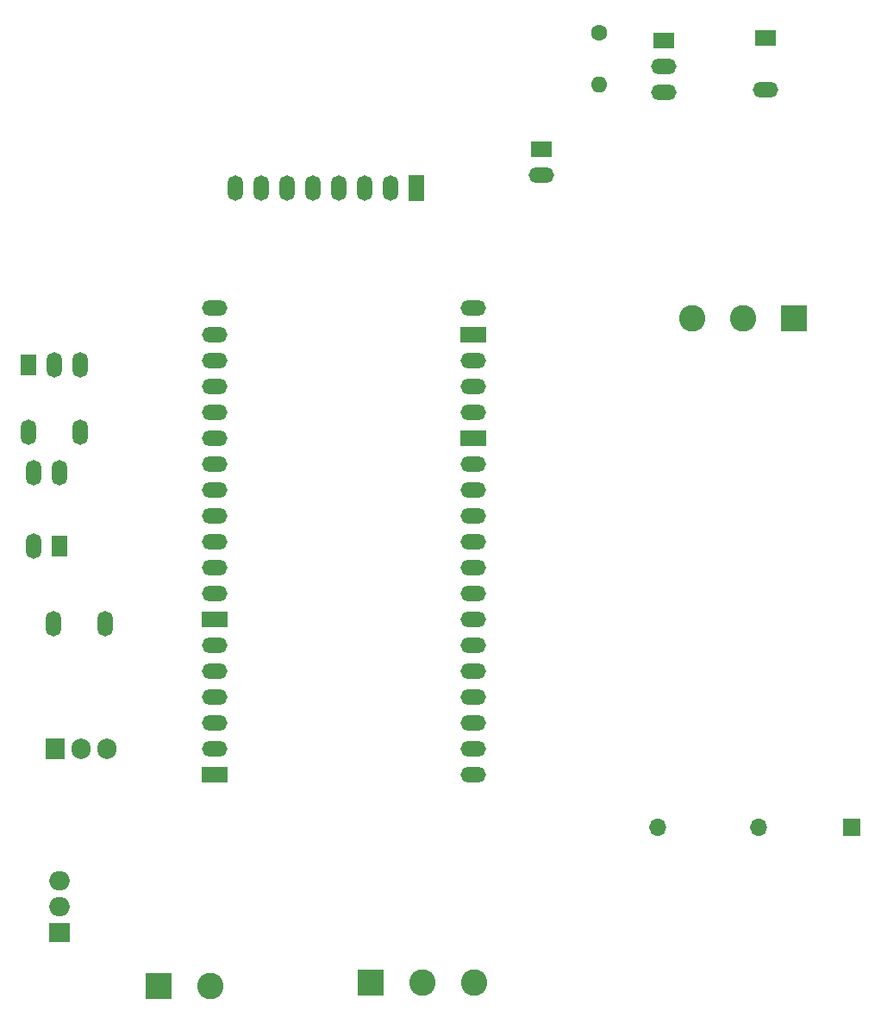
<source format=gbr>
%TF.GenerationSoftware,KiCad,Pcbnew,(5.1.12)-1*%
%TF.CreationDate,2023-09-12T13:55:16-05:00*%
%TF.ProjectId,Logiplant,4c6f6769-706c-4616-9e74-2e6b69636164,rev?*%
%TF.SameCoordinates,Original*%
%TF.FileFunction,Soldermask,Top*%
%TF.FilePolarity,Negative*%
%FSLAX46Y46*%
G04 Gerber Fmt 4.6, Leading zero omitted, Abs format (unit mm)*
G04 Created by KiCad (PCBNEW (5.1.12)-1) date 2023-09-12 13:55:16*
%MOMM*%
%LPD*%
G01*
G04 APERTURE LIST*
%ADD10O,2.000000X1.905000*%
%ADD11R,2.000000X1.905000*%
%ADD12O,1.905000X2.000000*%
%ADD13R,1.905000X2.000000*%
%ADD14O,1.600000X1.600000*%
%ADD15C,1.600000*%
%ADD16O,1.500000X2.500000*%
%ADD17R,1.500000X2.500000*%
%ADD18R,1.700000X1.700000*%
%ADD19O,1.700000X1.700000*%
%ADD20C,2.600000*%
%ADD21R,2.600000X2.600000*%
%ADD22O,2.500000X1.500000*%
%ADD23R,2.500000X1.500000*%
%ADD24R,1.500000X2.000000*%
%ADD25R,2.000000X1.500000*%
G04 APERTURE END LIST*
D10*
%TO.C,U3*%
X-122970000Y-175010000D03*
X-122970000Y-177550000D03*
D11*
X-122970000Y-180090000D03*
%TD*%
D12*
%TO.C,U1*%
X-118280000Y-162120000D03*
X-120820000Y-162120000D03*
D13*
X-123360000Y-162120000D03*
%TD*%
D14*
%TO.C,R4*%
X-70000000Y-96880000D03*
D15*
X-70000000Y-91800000D03*
%TD*%
D16*
%TO.C,OLED1*%
X-92990000Y-107010000D03*
X-95530000Y-107010000D03*
X-98070000Y-107010000D03*
X-100610000Y-107010000D03*
X-103150000Y-107010000D03*
X-105690000Y-107010000D03*
D17*
X-87910000Y-107010000D03*
D16*
X-90450000Y-107010000D03*
%TD*%
%TO.C,R5*%
X-118520000Y-149800000D03*
X-123600000Y-149800000D03*
%TD*%
%TO.C,R1*%
X-120920000Y-131000000D03*
X-126000000Y-131000000D03*
%TD*%
D18*
%TO.C,J6*%
X-45200000Y-169800000D03*
D19*
X-54300000Y-169800000D03*
X-64200000Y-169800000D03*
D20*
X-60800000Y-119800000D03*
X-55800000Y-119800000D03*
D21*
X-50800000Y-119800000D03*
%TD*%
D20*
%TO.C,J7*%
X-82240000Y-185000000D03*
X-87320000Y-185000000D03*
D21*
X-92400000Y-185000000D03*
%TD*%
D22*
%TO.C,U2*%
X-107700000Y-121420000D03*
X-107700000Y-123960000D03*
X-107700000Y-126500000D03*
X-107700000Y-129040000D03*
X-107700000Y-131580000D03*
X-107700000Y-134120000D03*
X-107700000Y-136660000D03*
X-107700000Y-139200000D03*
X-107700000Y-141740000D03*
X-107700000Y-144280000D03*
X-107700000Y-146820000D03*
D23*
X-107700000Y-149360000D03*
D22*
X-107700000Y-151900000D03*
X-107700000Y-154440000D03*
X-107700000Y-156980000D03*
X-107700000Y-159520000D03*
X-107700000Y-162060000D03*
D23*
X-107700000Y-164600000D03*
X-82300000Y-121420000D03*
D22*
X-82300000Y-123960000D03*
X-82300000Y-126500000D03*
X-82300000Y-129040000D03*
D23*
X-82300000Y-131580000D03*
D22*
X-82300000Y-134120000D03*
X-82300000Y-136660000D03*
X-82300000Y-139200000D03*
X-82300000Y-141740000D03*
X-82300000Y-144280000D03*
X-82300000Y-146820000D03*
X-82300000Y-149360000D03*
X-82300000Y-151900000D03*
X-82300000Y-154440000D03*
X-82300000Y-156980000D03*
X-82300000Y-159520000D03*
X-82300000Y-162060000D03*
X-82300000Y-164600000D03*
X-82300000Y-118800000D03*
X-107700000Y-118820000D03*
%TD*%
D16*
%TO.C,SERVO1*%
X-120920000Y-124400000D03*
X-123460000Y-124400000D03*
D24*
X-126000000Y-124400000D03*
%TD*%
D16*
%TO.C,Seguro1*%
X-125540000Y-142200000D03*
D24*
X-123000000Y-142200000D03*
%TD*%
D22*
%TO.C,Recibo1*%
X-75600000Y-105740000D03*
D25*
X-75600000Y-103200000D03*
%TD*%
D22*
%TO.C,HALL1*%
X-63600000Y-97680000D03*
X-63600000Y-95140000D03*
D25*
X-63600000Y-92600000D03*
%TD*%
D16*
%TO.C,Bolsa1*%
X-125540000Y-135000000D03*
X-123000000Y-135000000D03*
%TD*%
D20*
%TO.C,J4*%
X-108120000Y-185400000D03*
D21*
X-113200000Y-185400000D03*
%TD*%
D25*
%TO.C,D1*%
X-53600000Y-92320000D03*
D22*
X-53600000Y-97400000D03*
%TD*%
M02*

</source>
